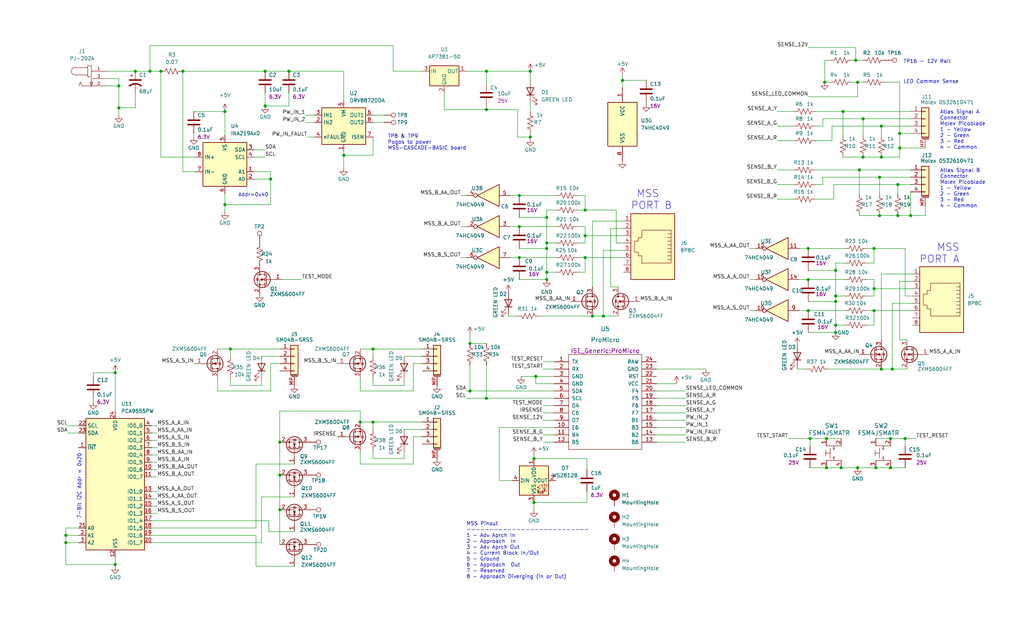
<source format=kicad_sch>
(kicad_sch (version 20211123) (generator eeschema)
  (paper "USLegal")
  (title_block (title "MSS Cascade Basic Test Jig") (company "Iowa Scaled Engineering"))
  (junction (at 97.155 177.165))
  (junction (at 280.67 107.95))
  (junction (at 129.54 121.285))
  (junction (at 299.72 41.275))
  (junction (at 203.2 89.535))
  (junction (at 297.815 28.575))
  (junction (at 287.02 152.4))
  (junction (at 311.785 64.135))
  (junction (at 163.195 119.38))
  (junction (at 52.07 24.765))
  (junction (at 312.42 46.355))
  (junction (at 184.15 24.765))
  (junction (at 97.155 165.1))
  (junction (at 189.865 75.565))
  (junction (at 40.005 129.54))
  (junction (at 189.865 94.615))
  (junction (at 46.99 24.765))
  (junction (at 306.07 43.815))
  (junction (at 280.67 86.36))
  (junction (at 280.67 97.155))
  (junction (at 180.34 67.945))
  (junction (at 305.435 61.595))
  (junction (at 186.055 130.81))
  (junction (at 305.435 74.93))
  (junction (at 63.5 24.765))
  (junction (at 312.42 51.435))
  (junction (at 80.01 121.285))
  (junction (at 22.86 186.055))
  (junction (at 78.105 71.12))
  (junction (at 168.91 24.765))
  (junction (at 180.34 78.74))
  (junction (at 40.005 196.215))
  (junction (at 316.23 74.93))
  (junction (at 22.86 188.595))
  (junction (at 298.45 59.055))
  (junction (at 216.154 27.94))
  (junction (at 299.72 54.61))
  (junction (at 287.02 162.56))
  (junction (at 189.865 97.155))
  (junction (at 78.105 38.735))
  (junction (at 314.325 152.4))
  (junction (at 306.07 54.61))
  (junction (at 185.42 159.385))
  (junction (at 163.195 135.89))
  (junction (at 306.07 128.27))
  (junction (at 93.98 62.23))
  (junction (at 311.785 74.93))
  (junction (at 292.1 162.56))
  (junction (at 290.195 93.98))
  (junction (at 97.155 153.67))
  (junction (at 168.91 38.1))
  (junction (at 292.735 38.735))
  (junction (at 303.53 100.33))
  (junction (at 203.2 73.025))
  (junction (at 189.865 86.36))
  (junction (at 41.275 29.845))
  (junction (at 203.2 81.915))
  (junction (at 168.91 138.43))
  (junction (at 41.275 37.465))
  (junction (at 185.42 174.625))
  (junction (at 309.88 128.27))
  (junction (at 189.865 84.455))
  (junction (at 205.74 109.855))
  (junction (at 290.195 102.87))
  (junction (at 290.195 104.775))
  (junction (at 125.095 146.685))
  (junction (at 286.385 28.575))
  (junction (at 92.075 24.765))
  (junction (at 55.88 24.765))
  (junction (at 290.195 113.03))
  (junction (at 303.53 107.95))
  (junction (at 119.38 53.975))
  (junction (at 309.245 152.4))
  (junction (at 297.815 162.56))
  (junction (at 180.34 89.535))
  (junction (at 303.53 86.36))
  (junction (at 281.305 152.4))
  (junction (at 100.33 24.765))
  (junction (at 129.54 146.685))
  (junction (at 209.55 109.855))
  (junction (at 297.18 20.955))
  (junction (at 304.165 162.56))
  (junction (at 290.195 115.57))
  (junction (at 92.075 36.83))
  (junction (at 184.15 47.625))
  (junction (at 309.245 162.56))
  (wire (pts (xy 40.005 129.54) (xy 40.005 142.875)))
  (wire (pts (xy 305.435 74.93) (xy 311.785 74.93)))
  (wire (pts (xy 54.61 147.955) (xy 52.705 147.955)))
  (wire (pts (xy 260.35 86.36) (xy 262.255 86.36)))
  (wire (pts (xy 54.61 158.115) (xy 52.705 158.115)))
  (wire (pts (xy 290.195 102.87) (xy 290.195 104.775)))
  (wire (pts (xy 288.925 43.815) (xy 306.07 43.815)))
  (wire (pts (xy 125.095 146.685) (xy 129.54 146.685)))
  (wire (pts (xy 269.875 38.735) (xy 275.59 38.735)))
  (wire (pts (xy 22.86 186.055) (xy 22.86 188.595)))
  (wire (pts (xy 125.095 121.285) (xy 129.54 121.285)))
  (wire (pts (xy 309.245 152.4) (xy 314.325 152.4)))
  (wire (pts (xy 205.74 99.695) (xy 205.74 76.835)))
  (wire (pts (xy 100.33 36.83) (xy 100.33 32.385)))
  (wire (pts (xy 277.495 97.155) (xy 280.67 97.155)))
  (wire (pts (xy 289.56 69.215) (xy 289.56 64.135)))
  (wire (pts (xy 54.61 155.575) (xy 52.705 155.575)))
  (wire (pts (xy 298.45 67.31) (xy 298.45 59.055)))
  (wire (pts (xy 143.51 161.29) (xy 143.51 151.765)))
  (wire (pts (xy 189.865 84.455) (xy 193.04 84.455)))
  (wire (pts (xy 54.61 163.195) (xy 52.705 163.195)))
  (wire (pts (xy 78.105 73.66) (xy 78.105 71.12)))
  (wire (pts (xy 80.01 121.285) (xy 97.155 121.285)))
  (wire (pts (xy 180.34 75.565) (xy 189.865 75.565)))
  (wire (pts (xy 125.095 131.445) (xy 125.095 135.89)))
  (wire (pts (xy 309.245 162.56) (xy 314.325 162.56)))
  (wire (pts (xy 203.2 78.74) (xy 200.66 78.74)))
  (wire (pts (xy 32.385 129.54) (xy 40.005 129.54)))
  (wire (pts (xy 67.31 46.355) (xy 67.31 47.625)))
  (wire (pts (xy 92.075 32.385) (xy 92.075 36.83)))
  (wire (pts (xy 203.835 174.625) (xy 203.835 170.815)))
  (wire (pts (xy 67.945 126.365) (xy 67.31 126.365)))
  (wire (pts (xy 189.865 86.36) (xy 189.865 94.615)))
  (wire (pts (xy 303.53 113.03) (xy 303.53 107.95)))
  (wire (pts (xy 22.86 188.595) (xy 22.86 196.215)))
  (wire (pts (xy 143.51 135.89) (xy 143.51 126.365)))
  (wire (pts (xy 307.34 28.575) (xy 312.42 28.575)))
  (wire (pts (xy 136.525 15.875) (xy 136.525 24.765)))
  (wire (pts (xy 286.385 20.955) (xy 288.29 20.955)))
  (wire (pts (xy 314.325 152.4) (xy 318.135 152.4)))
  (wire (pts (xy 177.165 78.74) (xy 180.34 78.74)))
  (wire (pts (xy 88.9 196.85) (xy 88.9 186.055)))
  (wire (pts (xy 286.385 28.575) (xy 286.385 20.955)))
  (wire (pts (xy 189.865 75.565) (xy 189.865 84.455)))
  (wire (pts (xy 140.335 133.985) (xy 140.335 131.445)))
  (wire (pts (xy 276.86 128.27) (xy 280.035 128.27)))
  (wire (pts (xy 52.705 186.055) (xy 88.9 186.055)))
  (wire (pts (xy 295.91 28.575) (xy 297.815 28.575)))
  (wire (pts (xy 200.66 73.025) (xy 203.2 73.025)))
  (wire (pts (xy 292.735 46.99) (xy 292.735 38.735)))
  (wire (pts (xy 290.195 113.03) (xy 293.37 113.03)))
  (wire (pts (xy 54.61 150.495) (xy 52.705 150.495)))
  (wire (pts (xy 312.42 118.11) (xy 312.42 97.79)))
  (wire (pts (xy 299.72 54.61) (xy 306.07 54.61)))
  (wire (pts (xy 192.405 148.59) (xy 173.355 148.59)))
  (wire (pts (xy 300.99 91.44) (xy 303.53 91.44)))
  (wire (pts (xy 280.67 86.36) (xy 293.37 86.36)))
  (wire (pts (xy 303.53 100.33) (xy 303.53 102.87)))
  (wire (pts (xy 227.965 153.67) (xy 238.125 153.67)))
  (wire (pts (xy 36.83 29.845) (xy 41.275 29.845)))
  (wire (pts (xy 177.165 89.535) (xy 180.34 89.535)))
  (wire (pts (xy 203.2 73.025) (xy 213.995 73.025)))
  (wire (pts (xy 273.685 152.4) (xy 281.305 152.4)))
  (wire (pts (xy 117.475 151.765) (xy 116.84 151.765)))
  (wire (pts (xy 32.385 138.43) (xy 32.385 139.7)))
  (wire (pts (xy 129.54 53.975) (xy 119.38 53.975)))
  (wire (pts (xy 290.195 102.87) (xy 290.195 93.98)))
  (wire (pts (xy 143.51 151.765) (xy 146.685 151.765)))
  (wire (pts (xy 52.07 24.765) (xy 52.07 15.875)))
  (wire (pts (xy 184.15 47.625) (xy 179.705 47.625)))
  (wire (pts (xy 312.42 51.435) (xy 321.31 51.435)))
  (wire (pts (xy 287.02 162.56) (xy 292.1 162.56)))
  (wire (pts (xy 129.54 123.825) (xy 129.54 121.285)))
  (wire (pts (xy 54.61 178.435) (xy 52.705 178.435)))
  (wire (pts (xy 106.68 47.625) (xy 109.22 47.625)))
  (wire (pts (xy 269.875 59.055) (xy 275.59 59.055)))
  (wire (pts (xy 189.865 94.615) (xy 189.865 97.155)))
  (wire (pts (xy 213.995 73.025) (xy 213.995 84.455)))
  (wire (pts (xy 314.325 86.36) (xy 314.325 102.87)))
  (wire (pts (xy 184.15 24.765) (xy 184.15 27.94)))
  (wire (pts (xy 52.705 183.515) (xy 88.9 183.515)))
  (wire (pts (xy 305.435 61.595) (xy 316.23 61.595)))
  (wire (pts (xy 227.965 133.35) (xy 234.95 133.35)))
  (wire (pts (xy 309.88 128.27) (xy 314.96 128.27)))
  (wire (pts (xy 321.31 74.93) (xy 316.23 74.93)))
  (wire (pts (xy 93.98 59.69) (xy 93.98 62.23)))
  (wire (pts (xy 75.565 121.285) (xy 80.01 121.285)))
  (wire (pts (xy 97.155 177.165) (xy 97.155 189.23)))
  (wire (pts (xy 55.88 24.765) (xy 55.88 54.61)))
  (wire (pts (xy 300.99 86.36) (xy 303.53 86.36)))
  (wire (pts (xy 136.525 24.765) (xy 146.685 24.765)))
  (wire (pts (xy 184.15 47.625) (xy 184.15 46.355)))
  (wire (pts (xy 97.155 165.1) (xy 97.155 177.165)))
  (wire (pts (xy 297.815 162.56) (xy 304.165 162.56)))
  (wire (pts (xy 280.67 97.155) (xy 293.37 97.155)))
  (wire (pts (xy 179.705 38.1) (xy 168.91 38.1)))
  (wire (pts (xy 189.865 84.455) (xy 189.865 86.36)))
  (wire (pts (xy 290.195 104.775) (xy 290.195 113.03)))
  (wire (pts (xy 93.345 180.975) (xy 52.705 180.975)))
  (wire (pts (xy 129.54 156.845) (xy 129.54 159.385)))
  (wire (pts (xy 97.155 153.67) (xy 97.155 165.1)))
  (wire (pts (xy 184.15 47.625) (xy 184.15 48.26)))
  (wire (pts (xy 106.045 40.005) (xy 109.22 40.005)))
  (wire (pts (xy 283.21 64.135) (xy 285.75 64.135)))
  (wire (pts (xy 212.09 99.695) (xy 212.09 79.375)))
  (wire (pts (xy 80.01 131.445) (xy 80.01 133.985)))
  (wire (pts (xy 303.53 86.36) (xy 314.325 86.36)))
  (wire (pts (xy 312.42 118.11) (xy 314.96 118.11)))
  (wire (pts (xy 203.835 159.385) (xy 203.835 163.195)))
  (wire (pts (xy 238.125 148.59) (xy 227.965 148.59)))
  (wire (pts (xy 160.02 89.535) (xy 161.925 89.535)))
  (wire (pts (xy 287.655 128.27) (xy 306.07 128.27)))
  (wire (pts (xy 227.965 143.51) (xy 238.125 143.51)))
  (wire (pts (xy 260.35 107.95) (xy 262.255 107.95)))
  (wire (pts (xy 306.07 95.25) (xy 316.865 95.25)))
  (wire (pts (xy 188.595 143.51) (xy 192.405 143.51)))
  (wire (pts (xy 97.155 123.825) (xy 90.805 123.825)))
  (wire (pts (xy 52.07 24.765) (xy 55.88 24.765)))
  (wire (pts (xy 192.405 153.67) (xy 188.595 153.67)))
  (wire (pts (xy 93.98 135.89) (xy 93.98 126.365)))
  (wire (pts (xy 216.154 27.94) (xy 224.409 27.94)))
  (wire (pts (xy 63.5 59.69) (xy 67.945 59.69)))
  (wire (pts (xy 176.53 109.22) (xy 176.53 109.855)))
  (wire (pts (xy 63.5 24.765) (xy 92.075 24.765)))
  (wire (pts (xy 297.18 16.51) (xy 280.67 16.51)))
  (wire (pts (xy 227.965 138.43) (xy 238.125 138.43)))
  (wire (pts (xy 303.53 86.36) (xy 303.53 91.44)))
  (wire (pts (xy 168.91 138.43) (xy 168.91 127)))
  (wire (pts (xy 106.045 42.545) (xy 109.22 42.545)))
  (wire (pts (xy 277.495 107.95) (xy 280.67 107.95)))
  (wire (pts (xy 75.565 135.89) (xy 93.98 135.89)))
  (wire (pts (xy 88.9 161.29) (xy 102.235 161.29)))
  (wire (pts (xy 163.195 116.205) (xy 163.195 119.38)))
  (wire (pts (xy 54.61 165.735) (xy 52.705 165.735)))
  (wire (pts (xy 188.595 125.73) (xy 192.405 125.73)))
  (wire (pts (xy 227.965 140.97) (xy 238.125 140.97)))
  (wire (pts (xy 281.305 152.4) (xy 287.02 152.4)))
  (wire (pts (xy 298.45 59.055) (xy 316.23 59.055)))
  (wire (pts (xy 161.925 138.43) (xy 168.91 138.43)))
  (wire (pts (xy 88.265 59.69) (xy 93.98 59.69)))
  (wire (pts (xy 88.265 62.23) (xy 93.98 62.23)))
  (wire (pts (xy 312.42 51.435) (xy 312.42 46.355)))
  (wire (pts (xy 133.35 42.545) (xy 129.54 42.545)))
  (wire (pts (xy 133.35 40.005) (xy 129.54 40.005)))
  (wire (pts (xy 93.98 62.23) (xy 93.98 71.12)))
  (wire (pts (xy 269.875 43.815) (xy 275.59 43.815)))
  (wire (pts (xy 295.91 20.955) (xy 297.18 20.955)))
  (wire (pts (xy 280.67 93.98) (xy 290.195 93.98)))
  (wire (pts (xy 180.34 89.535) (xy 193.04 89.535)))
  (wire (pts (xy 180.975 130.81) (xy 186.055 130.81)))
  (wire (pts (xy 46.99 37.465) (xy 41.275 37.465)))
  (wire (pts (xy 78.105 71.12) (xy 78.105 67.31)))
  (wire (pts (xy 283.21 38.735) (xy 292.735 38.735)))
  (wire (pts (xy 129.54 133.985) (xy 140.335 133.985)))
  (wire (pts (xy 32.385 130.81) (xy 32.385 129.54)))
  (wire (pts (xy 297.18 20.955) (xy 299.72 20.955)))
  (wire (pts (xy 119.38 58.42) (xy 119.38 53.975)))
  (wire (pts (xy 297.18 20.955) (xy 297.18 16.51)))
  (wire (pts (xy 311.785 74.93) (xy 316.23 74.93)))
  (wire (pts (xy 277.495 86.36) (xy 280.67 86.36)))
  (wire (pts (xy 312.42 28.575) (xy 312.42 46.355)))
  (wire (pts (xy 163.195 135.89) (xy 192.405 135.89)))
  (wire (pts (xy 186.055 130.81) (xy 186.055 133.35)))
  (wire (pts (xy 160.02 78.74) (xy 161.925 78.74)))
  (wire (pts (xy 304.165 162.56) (xy 309.245 162.56)))
  (wire (pts (xy 212.09 99.695) (xy 214.63 99.695)))
  (wire (pts (xy 192.405 128.27) (xy 188.595 128.27)))
  (wire (pts (xy 213.995 84.455) (xy 216.535 84.455)))
  (wire (pts (xy 40.005 196.215) (xy 40.005 193.675)))
  (wire (pts (xy 290.195 91.44) (xy 293.37 91.44)))
  (wire (pts (xy 203.2 84.455) (xy 203.2 81.915)))
  (wire (pts (xy 188.595 140.97) (xy 192.405 140.97)))
  (wire (pts (xy 186.055 133.35) (xy 192.405 133.35)))
  (wire (pts (xy 200.66 89.535) (xy 203.2 89.535)))
  (wire (pts (xy 205.74 76.835) (xy 216.535 76.835)))
  (wire (pts (xy 23.495 147.955) (xy 27.305 147.955)))
  (wire (pts (xy 192.405 130.81) (xy 186.055 130.81)))
  (wire (pts (xy 168.91 24.765) (xy 168.91 29.21)))
  (wire (pts (xy 168.91 138.43) (xy 192.405 138.43)))
  (wire (pts (xy 143.51 126.365) (xy 146.685 126.365)))
  (wire (pts (xy 289.56 64.135) (xy 311.785 64.135)))
  (wire (pts (xy 129.54 149.225) (xy 129.54 146.685)))
  (wire (pts (xy 177.165 67.945) (xy 180.34 67.945)))
  (wire (pts (xy 269.875 64.135) (xy 275.59 64.135)))
  (wire (pts (xy 269.875 69.215) (xy 275.59 69.215)))
  (wire (pts (xy 93.98 126.365) (xy 97.155 126.365)))
  (wire (pts (xy 46.99 32.385) (xy 46.99 37.465)))
  (wire (pts (xy 154.305 32.385) (xy 154.305 38.1)))
  (wire (pts (xy 22.86 196.215) (xy 40.005 196.215)))
  (wire (pts (xy 119.38 53.975) (xy 119.38 52.705)))
  (wire (pts (xy 280.67 115.57) (xy 290.195 115.57)))
  (wire (pts (xy 312.42 46.355) (xy 316.23 46.355)))
  (wire (pts (xy 92.075 36.83) (xy 100.33 36.83)))
  (wire (pts (xy 280.67 104.775) (xy 290.195 104.775)))
  (wire (pts (xy 290.195 115.57) (xy 290.195 113.03)))
  (wire (pts (xy 303.53 97.155) (xy 300.99 97.155)))
  (wire (pts (xy 290.195 102.87) (xy 293.37 102.87)))
  (wire (pts (xy 54.61 170.815) (xy 52.705 170.815)))
  (wire (pts (xy 200.66 84.455) (xy 203.2 84.455)))
  (wire (pts (xy 285.75 41.275) (xy 299.72 41.275)))
  (wire (pts (xy 303.53 100.33) (xy 316.865 100.33)))
  (wire (pts (xy 54.61 153.035) (xy 52.705 153.035)))
  (wire (pts (xy 22.86 186.055) (xy 27.305 186.055)))
  (wire (pts (xy 52.07 15.875) (xy 136.525 15.875)))
  (wire (pts (xy 140.335 159.385) (xy 140.335 156.845)))
  (wire (pts (xy 40.005 196.85) (xy 40.005 196.215)))
  (wire (pts (xy 203.2 89.535) (xy 216.535 89.535)))
  (wire (pts (xy 303.53 107.95) (xy 316.865 107.95)))
  (wire (pts (xy 90.805 172.72) (xy 90.805 188.595)))
  (wire (pts (xy 90.805 172.72) (xy 102.235 172.72)))
  (wire (pts (xy 46.99 24.765) (xy 52.07 24.765)))
  (wire (pts (xy 269.875 48.895) (xy 275.59 48.895)))
  (wire (pts (xy 88.9 161.29) (xy 88.9 183.515)))
  (wire (pts (xy 27.305 183.515) (xy 22.86 183.515)))
  (wire (pts (xy 292.735 38.735) (xy 316.23 38.735)))
  (wire (pts (xy 180.34 78.74) (xy 193.04 78.74)))
  (wire (pts (xy 154.305 38.1) (xy 168.91 38.1)))
  (wire (pts (xy 75.565 131.445) (xy 75.565 135.89)))
  (wire (pts (xy 203.2 67.945) (xy 203.2 73.025)))
  (wire (pts (xy 100.33 24.765) (xy 92.075 24.765)))
  (wire (pts (xy 67.31 38.735) (xy 78.105 38.735)))
  (wire (pts (xy 309.88 105.41) (xy 309.88 128.27)))
  (wire (pts (xy 287.02 152.4) (xy 292.1 152.4)))
  (wire (pts (xy 189.865 73.025) (xy 189.865 75.565)))
  (wire (pts (xy 305.435 67.31) (xy 305.435 61.595)))
  (wire (pts (xy 41.275 29.845) (xy 41.275 37.465)))
  (wire (pts (xy 303.53 102.87) (xy 300.99 102.87)))
  (wire (pts (xy 63.5 24.765) (xy 63.5 59.69)))
  (wire (pts (xy 160.02 67.945) (xy 161.925 67.945)))
  (wire (pts (xy 187.325 109.855) (xy 205.74 109.855)))
  (wire (pts (xy 285.75 64.135) (xy 285.75 61.595)))
  (wire (pts (xy 52.705 188.595) (xy 90.805 188.595)))
  (wire (pts (xy 304.165 152.4) (xy 309.245 152.4)))
  (wire (pts (xy 316.23 64.135) (xy 311.785 64.135)))
  (wire (pts (xy 185.42 159.385) (xy 203.835 159.385)))
  (wire (pts (xy 129.54 121.285) (xy 146.685 121.285)))
  (wire (pts (xy 93.98 71.12) (xy 78.105 71.12)))
  (wire (pts (xy 163.195 119.38) (xy 168.91 119.38)))
  (wire (pts (xy 203.2 81.915) (xy 216.535 81.915)))
  (wire (pts (xy 297.815 33.655) (xy 280.67 33.655)))
  (wire (pts (xy 299.72 46.99) (xy 299.72 41.275)))
  (wire (pts (xy 161.925 135.89) (xy 163.195 135.89)))
  (wire (pts (xy 97.155 142.875) (xy 125.095 142.875)))
  (wire (pts (xy 168.91 36.83) (xy 168.91 38.1)))
  (wire (pts (xy 203.2 94.615) (xy 203.2 89.535)))
  (wire (pts (xy 306.07 46.99) (xy 306.07 43.815)))
  (wire (pts (xy 163.195 127) (xy 163.195 135.89)))
  (wire (pts (xy 292.1 162.56) (xy 297.815 162.56)))
  (wire (pts (xy 286.385 28.575) (xy 288.29 28.575)))
  (wire (pts (xy 92.075 52.07) (xy 88.265 52.07)))
  (wire (pts (xy 173.355 167.005) (xy 177.8 167.005)))
  (wire (pts (xy 292.735 54.61) (xy 299.72 54.61)))
  (wire (pts (xy 125.095 161.29) (xy 143.51 161.29)))
  (wire (pts (xy 92.075 54.61) (xy 88.265 54.61)))
  (wire (pts (xy 209.55 109.855) (xy 214.63 109.855)))
  (wire (pts (xy 306.07 54.61) (xy 312.42 54.61)))
  (wire (pts (xy 312.42 54.61) (xy 312.42 51.435)))
  (wire (pts (xy 176.53 109.855) (xy 179.705 109.855)))
  (wire (pts (xy 298.45 74.93) (xy 305.435 74.93)))
  (wire (pts (xy 125.095 156.845) (xy 125.095 161.29)))
  (wire (pts (xy 192.405 151.13) (xy 188.595 151.13)))
  (wire (pts (xy 22.86 183.515) (xy 22.86 186.055)))
  (wire (pts (xy 281.305 162.56) (xy 287.02 162.56)))
  (wire (pts (xy 119.38 34.925) (xy 119.38 24.765)))
  (wire (pts (xy 22.86 188.595) (xy 27.305 188.595)))
  (wire (pts (xy 146.685 149.225) (xy 140.335 149.225)))
  (wire (pts (xy 290.195 93.98) (xy 290.195 91.44)))
  (wire (pts (xy 309.88 105.41) (xy 316.865 105.41)))
  (wire (pts (xy 54.61 175.895) (xy 52.705 175.895)))
  (wire (pts (xy 321.31 71.755) (xy 321.31 74.93)))
  (wire (pts (xy 100.33 24.765) (xy 119.38 24.765)))
  (wire (pts (xy 260.35 97.155) (xy 262.255 97.155)))
  (wire (pts (xy 54.61 160.655) (xy 52.705 160.655)))
  (wire (pts (xy 180.34 97.155) (xy 189.865 97.155)))
  (wire (pts (xy 316.23 66.675) (xy 316.23 74.93)))
  (wire (pts (xy 205.74 109.855) (xy 209.55 109.855)))
  (wire (pts (xy 179.705 47.625) (xy 179.705 38.1)))
  (wire (pts (xy 276.86 127.635) (xy 276.86 128.27)))
  (wire (pts (xy 283.21 69.215) (xy 289.56 69.215)))
  (wire (pts (xy 129.54 159.385) (xy 140.335 159.385)))
  (wire (pts (xy 129.54 131.445) (xy 129.54 133.985)))
  (wire (pts (xy 193.04 73.025) (xy 189.865 73.025)))
  (wire (pts (xy 209.55 86.995) (xy 209.55 109.855)))
  (wire (pts (xy 97.155 142.875) (xy 97.155 153.67)))
  (wire (pts (xy 180.34 67.945) (xy 193.04 67.945)))
  (wire (pts (xy 285.75 43.815) (xy 285.75 41.275)))
  (wire (pts (xy 312.42 97.79) (xy 316.865 97.79)))
  (wire (pts (xy 238.125 151.13) (xy 227.965 151.13)))
  (wire (pts (xy 227.965 128.27) (xy 245.11 128.27)))
  (wire (pts (xy 185.42 177.165) (xy 185.42 174.625)))
  (wire (pts (xy 303.53 97.155) (xy 303.53 100.33)))
  (wire (pts (xy 283.21 59.055) (xy 298.45 59.055)))
  (wire (pts (xy 200.66 67.945) (xy 203.2 67.945)))
  (wire (pts (xy 173.355 148.59) (xy 173.355 167.005)))
  (wire (pts (xy 314.325 102.87) (xy 316.865 102.87)))
  (wire (pts (xy 88.9 196.85) (xy 102.235 196.85)))
  (wire (pts (xy 184.15 24.765) (xy 168.91 24.765)))
  (wire (pts (xy 180.34 86.36) (xy 189.865 86.36)))
  (wire (pts (xy 117.475 126.365) (xy 116.84 126.365)))
  (wire (pts (xy 54.61 173.355) (xy 52.705 173.355)))
  (wire (pts (xy 80.01 133.985) (xy 90.805 133.985)))
  (wire (pts (xy 129.54 146.685) (xy 146.685 146.685)))
  (wire (pts (xy 314.325 152.4) (xy 314.325 154.94)))
  (wire (pts (xy 288.925 48.895) (xy 288.925 43.815)))
  (wire (pts (xy 125.095 135.89) (xy 143.51 135.89)))
  (wire (pts (xy 216.154 27.94) (xy 216.154 30.48)))
  (wire (pts (xy 306.07 43.815) (xy 316.23 43.815)))
  (wire (pts (xy 306.07 118.11) (xy 306.07 95.25)))
  (wire (pts (xy 224.409 35.56) (xy 224.409 36.195)))
  (wire (pts (xy 185.42 174.625) (xy 203.835 174.625)))
  (wire (pts (xy 90.805 133.985) (xy 90.805 131.445)))
  (wire (pts (xy 129.54 47.625) (xy 129.54 53.975)))
  (wire (pts (xy 297.815 28.575) (xy 299.72 28.575)))
  (wire (pts (xy 299.72 41.275) (xy 316.23 41.275)))
  (wire (pts (xy 93.345 184.785) (xy 93.345 180.975)))
  (wire (pts (xy 36.83 24.765) (xy 46.99 24.765)))
  (wire (pts (xy 281.305 154.94) (xy 281.305 152.4)))
  (wire (pts (xy 80.01 123.825) (xy 80.01 121.285)))
  (wire (pts (xy 189.865 94.615) (xy 193.04 94.615)))
  (wire (pts (xy 297.815 28.575) (xy 297.815 33.655)))
  (wire (pts (xy 184.15 35.56) (xy 184.15 38.735)))
  (wire (pts (xy 192.405 146.05) (xy 188.595 146.05)))
  (wire (pts (xy 306.07 128.27) (xy 309.88 128.27)))
  (wire (pts (xy 23.495 150.495) (xy 27.305 150.495)))
  (wire (pts (xy 311.785 67.31) (xy 311.785 64.135)))
  (wire (pts (xy 227.965 135.89) (xy 238.125 135.89)))
  (wire (pts (xy 283.21 48.895) (xy 288.925 48.895)))
  (wire (pts (xy 36.83 27.305) (xy 41.275 27.305)))
  (wire (pts (xy 200.66 94.615) (xy 203.2 94.615)))
  (wire (pts (xy 300.99 113.03) (xy 303.53 113.03)))
  (wire (pts (xy 300.99 107.95) (xy 303.53 107.95)))
  (wire (pts (xy 283.21 43.815) (xy 285.75 43.815)))
  (wire (pts (xy 41.275 37.465) (xy 41.275 40.005)))
  (wire (pts (xy 212.09 79.375) (xy 216.535 79.375)))
  (wire (pts (xy 146.685 123.825) (xy 140.335 123.825)))
  (wire (pts (xy 209.55 86.995) (xy 216.535 86.995)))
  (wire (pts (xy 238.125 146.05) (xy 227.965 146.05)))
  (wire (pts (xy 185.42 158.115) (xy 185.42 159.385)))
  (wire (pts (xy 55.88 54.61) (xy 67.945 54.61)))
  (wire (pts (xy 102.235 184.785) (xy 93.345 184.785)))
  (wire (pts (xy 97.79 97.155) (xy 104.775 97.155)))
  (wire (pts (xy 285.75 61.595) (xy 305.435 61.595)))
  (wire (pts (xy 161.925 24.765) (xy 168.91 24.765)))
  (wire (pts (xy 216.154 26.035) (xy 216.154 27.94)))
  (wire (pts (xy 78.105 38.735) (xy 78.105 46.99)))
  (wire (pts (xy 125.095 146.685) (xy 125.095 142.875)))
  (wire (pts (xy 280.67 107.95) (xy 293.37 107.95)))
  (wire (pts (xy 203.2 78.74) (xy 203.2 81.915)))
  (wire (pts (xy 41.275 27.305) (xy 41.275 29.845)))
  (text " MSS\nPORT A" (at 333.248 91.694 180) (effects (font (size 2.54 2.54)) (justify right bottom)))
  (text "Addr=0x40" (at 82.677 68.58 0) (effects (font (size 1.27 1.27)) (justify left bottom)))
  (text "Atlas Signal B\nConnector\nMolex Picoblade\n1 - Yellow\n2 - Green\n3 - Red\n4 - Common" (at 326.39 72.39 0) (effects (font (size 1.27 1.27)) (justify left bottom)))
  (text " MSS\nPORT B" (at 219.075 73.025 0) (effects (font (size 2.54 2.54)) (justify left bottom)))
  (text "MSS Pinout\n---------------------------\n1 - Adv Aprch In\n2 - Approach  In\n3 - Adv Aprch Out\n4 - Current Block In/Out\n5 - Ground\n6 - Approach  Out\n7 - Reserved\n8 - Approach Diverging (In or Out)\n" (at 161.925 201.295 0) (effects (font (size 1.27 1.27)) (justify left bottom)))
  (text "TP8 & TP9\nPogos to power\nMSS-CASCADE-BASIC board" (at 134.62 52.324 0) (effects (font (size 1.27 1.27)) (justify left bottom)))
  (text "Atlas Signal A\nConnector\nMolex Picoblade\n1 - Yellow\n2 - Green\n3 - Red\n4 - Common" (at 326.39 52.07 0) (effects (font (size 1.27 1.27)) (justify left bottom)))
  (text "TP16 - 12V Rail" (at 313.69 22.225 0) (effects (font (size 1.27 1.27)) (justify left bottom)))
  (text "LED Common Sense" (at 313.69 29.21 0) (effects (font (size 1.27 1.27)) (justify left bottom)))
  (text "7-Bit I2C Addr = 0x20\n" (at 28.321 180.467 90) (effects (font (size 1.27 1.27)) (justify left bottom)))
  (label "MSS_A_S_IN" (at 54.61 153.035 0))
  (label "MSS_A_S_IN" (at 67.31 126.365 180))
  (label "MSS_B_A_IN" (at 54.61 160.655 0))
  (label "TEST_START" (at 273.685 152.4 180))
  (label "SDA" (at 92.075 52.07 0))
  (label "SENSE_B_Y" (at 188.595 153.67 180))
  (label "TEST_MODE" (at 104.775 97.155 0))
  (label "SDA" (at 161.925 135.89 180))
  (label "MSS_B_A_OUT" (at 54.61 165.735 0))
  (label "TEST_START" (at 188.595 128.27 180))
  (label "MSS_A_AA_IN" (at 54.61 150.495 0))
  (label "SENSE_12V" (at 188.595 146.05 180))
  (label "PW_IN_2" (at 106.045 42.545 180))
  (label "MSS_B_A_OUT" (at 160.02 78.74 180))
  (label "MSS_A_S_OUT" (at 260.35 107.95 180))
  (label "MSS_B_S_OUT" (at 160.02 89.535 180))
  (label "MSS_B_S_IN" (at 54.61 155.575 0))
  (label "PW_IN_1" (at 238.125 148.59 0))
  (label "PW_IN_1" (at 106.045 40.005 180))
  (label "MSS_A_AA_IN" (at 298.45 123.19 180))
  (label "MSS_A_A_IN" (at 54.61 147.955 0))
  (label "MSS_B_S_OUT" (at 54.61 178.435 0))
  (label "SCL" (at 92.075 54.61 0))
  (label "SCL" (at 23.495 147.955 180))
  (label "PW_IN_2" (at 238.125 146.05 0))
  (label "SENSE_B_G" (at 269.875 64.135 180))
  (label "SENSE_A_Y" (at 238.125 143.51 0))
  (label "SENSE_A_Y" (at 269.875 38.735 180))
  (label "TEST_RESET" (at 188.595 125.73 180))
  (label "SENSE_B_G" (at 188.595 151.13 180))
  (label "SENSE_B_R" (at 269.875 69.215 180))
  (label "MSS_A_A_OUT" (at 260.35 97.155 180))
  (label "MSS_A_S_OUT" (at 54.61 175.895 0))
  (label "SENSE_A_G" (at 269.875 43.815 180))
  (label "MSS_B_AA_IN" (at 198.12 104.775 180))
  (label "SENSE_A_R" (at 238.125 138.43 0))
  (label "SENSE_B_Y" (at 269.875 59.055 180))
  (label "SENSE_LED_COMMON" (at 280.67 33.655 180))
  (label "IRSENSE" (at 116.84 151.765 180))
  (label "PW_IN_FAULT" (at 238.125 151.13 0))
  (label "IRSENSE" (at 188.595 143.51 180))
  (label "TEST_MODE" (at 188.595 140.97 180))
  (label "MSS_B_AA_OUT" (at 54.61 163.195 0))
  (label "SENSE_A_G" (at 238.125 140.97 0))
  (label "MSS_B_A_IN" (at 222.25 104.775 0))
  (label "MSS_B_AA_OUT" (at 160.02 67.945 180))
  (label "SDA" (at 23.495 150.495 180))
  (label "MSS_B_S_IN" (at 116.84 126.365 180))
  (label "SENSE_LED_COMMON" (at 238.125 135.89 0))
  (label "TEST_RESET" (at 318.135 152.4 0))
  (label "SENSE_A_R" (at 269.875 48.895 180))
  (label "MSS_A_A_IN" (at 322.58 123.19 0))
  (label "MSS_A_AA_OUT" (at 54.61 173.355 0))
  (label "PW_IN_FAULT" (at 106.68 47.625 180))
  (label "SENSE_12V" (at 280.67 16.51 180))
  (label "MSS_B_AA_IN" (at 54.61 158.115 0))
  (label "MSS_A_AA_OUT" (at 260.35 86.36 180))
  (label "SENSE_B_R" (at 238.125 153.67 0))
  (label "SCL" (at 161.925 138.43 180))
  (label "MSS_A_A_OUT" (at 54.61 170.815 0))
  (symbol (lib_id "Device:R_US") (at 129.54 127.635 0) (mirror x) (unit 1)
    (property "Reference" "R36" (at 132.08 127.635 0))
    (property "Value" "1k" (at 132.715 130.175 0))
    (property "Footprint" "Resistor_SMD:R_0805_2012Metric" (effects hide))
  )
  (symbol (lib_id "power:GND") (at 189.865 97.155 0) (mirror y) (unit 1)
    (property "Reference" "#PWR010" (effects hide))
    (property "Value" "GND" (at 189.865 101.473 0))
  )
  (symbol (lib_id "Transistor_FET:ZXM61N02F") (at 102.235 191.77 270) (mirror x) (unit 1)
    (property "Reference" "Q12" (at 104.521 193.802 90) (effects (justify left)))
    (property "Value" "ZXMS6004FF" (at 104.521 196.342 90) (effects (justify left)))
    (property "Footprint" "Package_TO_SOT_SMD:SOT-23" (effects hide))
    (property "Datasheet" "http://www.diodes.com/assets/Datasheets/ZXM61N02F.pdf" (effects hide))
  )
  (symbol (lib_id "power:GND") (at 102.235 133.985 0) (unit 1)
    (property "Reference" "#PWR024" (effects hide))
    (property "Value" "GND" (at 102.235 137.795 0))
  )
  (symbol (lib_id "4xxx:4049") (at 169.545 67.945 0) (mirror y) (unit 2)
    (property "Reference" "U3" (at 165.735 65.405 0))
    (property "Value" "74HC4049" (at 163.195 71.12 0))
    (property "Footprint" "Package_SO:SO-16_3.9x9.9mm_P1.27mm" (effects hide))
    (property "Datasheet" "http://www.intersil.com/content/dam/intersil/documents/cd40/cd4049ubms.pdf" (effects hide))
  )
  (symbol (lib_id "Connector:TestPoint") (at 307.34 20.955 270) (mirror x) (unit 1)
    (property "Reference" "TP16" (at 313.055 18.415 90) (effects (justify right)))
    (property "Value" "TestPoint" (effects hide))
    (property "Footprint" "Connector_PinHeader_2.54mm:PinHeader_1x01_P2.54mm_Vertical" (effects hide))
  )
  (symbol (lib_id "Connector_Generic_MountingPin:Conn_01x04_MountingPin") (at 321.31 41.275 0) (unit 1)
    (property "Reference" "J11" (at 320.04 33.655 0) (effects (justify left)))
    (property "Value" "Molex 0532610471" (at 328.93 35.56 0))
    (property "Footprint" "Connector_Molex:Molex_PicoBlade_53261-0471_1x04-1MP_P1.25mm_Horizontal" (effects hide))
  )
  (symbol (lib_id "Connector_Generic_MountingPin:Conn_01x04_MountingPin") (at 151.765 123.825 0) (unit 1)
    (property "Reference" "J4" (at 150.495 116.205 0) (effects (justify left)))
    (property "Value" "SM04B-SRSS" (at 151.765 118.11 0))
    (property "Footprint" "Connector_JST:JST_SH_SM04B-SRSS-TB_1x04-1MP_P1.00mm_Horizontal" (effects hide))
  )
  (symbol (lib_id "Device:R_US") (at 183.515 109.855 270) (mirror x) (unit 1)
    (property "Reference" "R31" (at 181.61 107.315 90))
    (property "Value" "1k" (at 185.42 107.315 90))
    (property "Footprint" "Resistor_SMD:R_0805_2012Metric" (effects hide))
  )
  (symbol (lib_id "Transistor_FET:ZXM61N02F") (at 317.5 123.19 0) (mirror y) (unit 1)
    (property "Reference" "Q5" (at 321.31 126.365 0) (effects (justify left)))
    (property "Value" "ZXMS6004FF" (at 330.835 128.27 0) (effects (justify left)))
    (property "Footprint" "Package_TO_SOT_SMD:SOT-23" (effects hide))
    (property "Datasheet" "http://www.diodes.com/assets/Datasheets/ZXM61N02F.pdf" (effects hide))
  )
  (symbol (lib_id "Device:R_US") (at 283.845 128.27 270) (mirror x) (unit 1)
    (property "Reference" "R37" (at 281.94 125.73 90))
    (property "Value" "1k" (at 285.75 125.73 90))
    (property "Footprint" "Resistor_SMD:R_0805_2012Metric" (effects hide))
  )
  (symbol (lib_id "Interface_Expansion:PCA9555PW") (at 40.005 168.275 0) (unit 1)
    (property "Reference" "U11" (at 42.0244 140.335 0) (effects (justify left)))
    (property "Value" "PCA9555PW" (at 42.0244 142.875 0) (effects (justify left)))
    (property "Footprint" "Package_SO:TSSOP-24_4.4x7.8mm_P0.65mm" (effects hide))
    (property "Datasheet" "https://www.nxp.com/docs/en/data-sheet/PCA9555.pdf" (effects hide))
  )
  (symbol (lib_id "ISE_Generic:ProMicro") (at 210.185 144.78 0) (unit 1)
    (property "Reference" "U5" (at 210.185 114.3 0) (effects (font (size 1.524 1.524))))
    (property "Value" "ProMicro" (at 210.185 118.11 0) (effects (font (size 1.524 1.524))))
    (property "Footprint" "ISE_Generic:ProMicro" (at 210.185 121.92 0) (effects (font (size 1.524 1.524))))
  )
  (symbol (lib_id "4xxx:4049") (at 269.875 107.95 0) (mirror y) (unit 4)
    (property "Reference" "U3" (at 266.065 105.41 0))
    (property "Value" "74HC4049" (at 263.525 111.125 0))
    (property "Footprint" "Package_SO:SO-16_3.9x9.9mm_P1.27mm" (effects hide))
    (property "Datasheet" "http://www.intersil.com/content/dam/intersil/documents/cd40/cd4049ubms.pdf" (effects hide))
  )
  (symbol (lib_id "Device:LED") (at 140.335 127.635 270) (mirror x) (unit 1)
    (property "Reference" "D5" (at 137.16 124.46 90) (effects (justify left)))
    (property "Value" "GREEN LED" (at 135.89 132.715 0) (effects (justify left)))
    (property "Footprint" "LED_SMD:LED_0805_2012Metric" (effects hide))
  )
  (symbol (lib_id "Device:R_US") (at 305.435 71.12 0) (unit 1)
    (property "Reference" "R18" (at 307.975 71.12 0))
    (property "Value" "1k" (at 308.61 68.58 0))
    (property "Footprint" "Resistor_SMD:R_0805_2012Metric" (effects hide))
  )
  (symbol (lib_id "power:+5V") (at 176.53 101.6 0) (unit 1)
    (property "Reference" "#PWR011" (effects hide))
    (property "Value" "+5V" (at 176.53 97.155 0))
  )
  (symbol (lib_id "4xxx:4049") (at 169.545 78.74 0) (mirror y) (unit 1)
    (property "Reference" "U3" (at 165.735 76.2 0))
    (property "Value" "74HC4049" (at 163.195 81.915 0))
    (property "Footprint" "Package_SO:SO-16_3.9x9.9mm_P1.27mm" (effects hide))
    (property "Datasheet" "http://www.intersil.com/content/dam/intersil/documents/cd40/cd4049ubms.pdf" (effects hide))
  )
  (symbol (lib_id "Device:R_US") (at 163.195 123.19 0) (unit 1)
    (property "Reference" "R33" (at 165.735 123.19 0))
    (property "Value" "10k" (at 166.37 120.65 0))
    (property "Footprint" "Resistor_SMD:R_0805_2012Metric" (effects hide))
  )
  (symbol (lib_id "Device:C") (at 280.67 100.965 0) (unit 1)
    (property "Reference" "C10" (at 274.955 100.965 0) (effects (justify left)))
    (property "Value" "0.1uF" (at 283.21 100.33 0) (effects (justify left)))
    (property "Footprint" "Capacitor_SMD:C_0805_2012Metric" (effects hide))
    (property "Voltage" "16V" (at 283.21 102.235 0) (effects (justify left)))
  )
  (symbol (lib_id "Device:LED") (at 90.805 127.635 270) (mirror x) (unit 1)
    (property "Reference" "D4" (at 87.63 124.46 90) (effects (justify left)))
    (property "Value" "GREEN LED" (at 86.36 132.715 0) (effects (justify left)))
    (property "Footprint" "LED_SMD:LED_0805_2012Metric" (effects hide))
  )
  (symbol (lib_id "dk_Tactile-Switches:FSM4JSMATR") (at 306.705 157.48 90) (mirror x) (unit 1)
    (property "Reference" "SW2" (at 303.53 147.955 90) (effects (font (size 1.524 1.524)) (justify right)))
    (property "Value" "FSM4JSMATR" (at 297.815 150.495 90) (effects (font (size 1.524 1.524)) (justify right)))
    (property "Footprint" "ISE_Generic:TE_FSM4JSMA" (effects hide))
    (property "Datasheet" "https://www.te.com/commerce/DocumentDelivery/DDEController?Action=srchrtrv&DocNm=2-1437565-7&DocType=Customer+Drawing&DocLang=English" (effects hide))
    (property "Digi-Key_PN" "450-1759-1-ND" (effects hide))
    (property "MPN" "FSM4JSMATR" (effects hide))
    (property "Category" "Switches" (effects hide))
    (property "Family" "Tactile Switches" (effects hide))
    (property "DK_Datasheet_Link" "https://www.te.com/commerce/DocumentDelivery/DDEController?Action=srchrtrv&DocNm=2-1437565-7&DocType=Customer+Drawing&DocLang=English" (effects hide))
    (property "DK_Detail_Page" "/product-detail/en/te-connectivity-alcoswitch-switches/FSM4JSMATR/450-1759-1-ND/2271638" (effects hide))
    (property "Description" "SWITCH TACTILE SPST-NO 0.05A 24V" (effects hide))
    (property "Manufacturer" "TE Connectivity ALCOSWITCH Switches" (effects hide))
    (property "Status" "Active" (effects hide))
  )
  (symbol (lib_id "Device:R_US") (at 279.4 38.735 90) (unit 1)
    (property "Reference" "R6" (at 277.495 36.195 90))
    (property "Value" "1k" (at 281.305 36.195 90))
    (property "Footprint" "Resistor_SMD:R_0805_2012Metric" (effects hide))
  )
  (symbol (lib_id "4xxx:4049") (at 216.154 43.18 0) (unit 7)
    (property "Reference" "U3" (at 222.504 41.9099 0) (effects (justify left)))
    (property "Value" "74HC4049" (at 222.504 44.4499 0) (effects (justify left)))
    (property "Footprint" "Package_SO:SO-16_3.9x9.9mm_P1.27mm" (effects hide))
    (property "Datasheet" "http://www.intersil.com/content/dam/intersil/documents/cd40/cd4049ubms.pdf" (effects hide))
  )
  (symbol (lib_id "power:GND") (at 224.409 36.195 0) (unit 1)
    (property "Reference" "#PWR021" (effects hide))
    (property "Value" "GND" (effects hide))
  )
  (symbol (lib_id "Device:R_US") (at 292.735 50.8 0) (unit 1)
    (property "Reference" "R10" (at 295.275 50.8 0))
    (property "Value" "1k" (at 295.91 48.26 0))
    (property "Footprint" "Resistor_SMD:R_0805_2012Metric" (effects hide))
  )
  (symbol (lib_id "Device:R_US") (at 184.15 42.545 0) (unit 1)
    (property "Reference" "R7" (at 186.69 42.545 0))
    (property "Value" "1k" (at 187.452 40.005 0))
    (property "Footprint" "Resistor_SMD:R_0805_2012Metric" (effects hide))
  )
  (symbol (lib_id "power:GND") (at 245.11 128.27 0) (mirror y) (unit 1)
    (property "Reference" "#PWR016" (effects hide))
    (property "Value" "GND" (at 245.11 132.08 0))
  )
  (symbol (lib_id "Device:R_US") (at 59.69 24.765 270) (unit 1)
    (property "Reference" "R3" (at 59.69 19.05 90))
    (property "Value" "0.07" (at 59.69 21.59 90))
    (property "Footprint" "Resistor_SMD:R_2512_6332Metric" (effects hide))
  )
  (symbol (lib_id "Transistor_FET:ZXM61N02F") (at 102.235 179.705 270) (mirror x) (unit 1)
    (property "Reference" "Q11" (at 104.14 182.118 90) (effects (justify left)))
    (property "Value" "ZXMS6004FF" (at 104.14 184.15 90) (effects (justify left)))
    (property "Footprint" "Package_TO_SOT_SMD:SOT-23" (effects hide))
    (property "Datasheet" "http://www.diodes.com/assets/Datasheets/ZXM61N02F.pdf" (effects hide))
  )
  (symbol (lib_id "power:GND") (at 290.195 115.57 0) (mirror y) (unit 1)
    (property "Reference" "#PWR013" (effects hide))
    (property "Value" "GND" (at 292.862 115.57 0))
  )
  (symbol (lib_id "4xxx:4049") (at 269.875 97.155 0) (mirror y) (unit 6)
    (property "Reference" "U3" (at 266.065 94.615 0))
    (property "Value" "74HC4049" (at 263.525 100.33 0))
    (property "Footprint" "Package_SO:SO-16_3.9x9.9mm_P1.27mm" (effects hide))
    (property "Datasheet" "http://www.intersil.com/content/dam/intersil/documents/cd40/cd4049ubms.pdf" (effects hide))
  )
  (symbol (lib_id "Device:R_US") (at 297.18 97.155 270) (unit 1)
    (property "Reference" "R28" (at 295.275 94.615 90))
    (property "Value" "10k" (at 299.72 94.615 90))
    (property "Footprint" "Resistor_SMD:R_0805_2012Metric" (effects hide))
  )
  (symbol (lib_id "Connector_Generic_MountingPin:Conn_01x04_MountingPin") (at 102.235 123.825 0) (unit 1)
    (property "Reference" "J3" (at 100.965 116.205 0) (effects (justify left)))
    (property "Value" "SM04B-SRSS" (at 102.235 118.11 0))
    (property "Footprint" "Connector_JST:JST_SH_SM04B-SRSS-TB_1x04-1MP_P1.00mm_Horizontal" (effects hide))
  )
  (symbol (lib_id "Device:R_US") (at 80.01 127.635 0) (mirror x) (unit 1)
    (property "Reference" "R35" (at 82.55 127.635 0))
    (property "Value" "10k" (at 83.185 130.175 0))
    (property "Footprint" "Resistor_SMD:R_0805_2012Metric" (effects hide))
  )
  (symbol (lib_id "Device:R_US") (at 279.4 64.135 90) (unit 1)
    (property "Reference" "R14" (at 277.495 61.595 90))
    (property "Value" "1k" (at 281.305 61.595 90))
    (property "Footprint" "Resistor_SMD:R_0805_2012Metric" (effects hide))
  )
  (symbol (lib_id "power:GND") (at 286.385 28.575 0) (unit 1)
    (property "Reference" "#PWR02" (effects hide))
    (property "Value" "GND" (effects hide))
  )
  (symbol (lib_id "Device:R_US") (at 303.53 20.955 90) (unit 1)
    (property "Reference" "R2" (at 300.99 18.415 90))
    (property "Value" "10k" (at 305.435 18.415 90))
    (property "Footprint" "Resistor_SMD:R_0805_2012Metric" (effects hide))
  )
  (symbol (lib_id "Device:R_US") (at 299.72 50.8 0) (unit 1)
    (property "Reference" "R11" (at 302.26 50.8 0))
    (property "Value" "1k" (at 302.895 48.26 0))
    (property "Footprint" "Resistor_SMD:R_0805_2012Metric" (effects hide))
  )
  (symbol (lib_id "Transistor_FET:ZXM61N02F") (at 303.53 123.19 0) (unit 1)
    (property "Reference" "Q4" (at 300.355 120.015 0) (effects (justify left)))
    (property "Value" "ZXMS6004FF" (at 289.56 125.73 0) (effects (justify left)))
    (property "Footprint" "Package_TO_SOT_SMD:SOT-23" (effects hide))
    (property "Datasheet" "http://www.diodes.com/assets/Datasheets/ZXM61N02F.pdf" (effects hide))
  )
  (symbol (lib_id "Connector:8P8C") (at 226.695 84.455 180) (unit 1)
    (property "Reference" "J6" (at 236.22 84.4549 0) (effects (justify right)))
    (property "Value" "8P8C" (at 236.22 86.9949 0) (effects (justify right)))
    (property "Footprint" "RJ45_Amphenol_54602-x08_Horizontal" (effects hide))
  )
  (symbol (lib_id "ISE_Generic:PJ-202A") (at 31.75 27.305 0) (unit 1)
    (property "Reference" "J1" (at 28.5115 17.78 0))
    (property "Value" "PJ-202A" (at 28.5115 20.32 0))
    (property "Footprint" "ISE_Generic:CUI_PJ-202A" (effects hide))
    (property "MF" "CUI Devices" (effects hide))
    (property "DESCRIPTION" "2.0 x 6.5 mm, 2.5 A, Horizontal, Through Hole, Kinked Pins, Dc Power Jack Connector" (effects hide))
    (property "PACKAGE" "None" (effects hide))
    (property "PRICE" "None" (effects hide))
    (property "CUI_PURCHASE_URL" "https://www.cuidevices.com/product/interconnect/connectors/dc-power-connectors/jacks/pj-202a?utm_source=snapeda.com&utm_medium=referral&utm_campaign=snapedaBOM" (effects hide))
    (property "MP" "PJ-202A" (effects hide))
    (property "AVAILABILITY" "In Stock" (effects hide))
    (property "PURCHASE-URL" "https://pricing.snapeda.com/search/part/PJ-202A/?ref=eda" (effects hide))
  )
  (symbol (lib_id "power:+5V") (at 276.86 120.015 0) (unit 1)
    (property "Reference" "#PWR015" (effects hide))
    (property "Value" "+5V" (at 276.86 115.57 0))
  )
  (symbol (lib_id "power:+5V") (at 185.42 158.115 0) (unit 1)
    (property "Reference" "#PWR029" (effects hide))
    (property "Value" "+5V" (at 188.722 155.956 0))
  )
  (symbol (lib_id "Device:R_US") (at 168.91 123.19 0) (unit 1)
    (property "Reference" "R34" (at 171.45 123.19 0))
    (property "Value" "10k" (at 172.085 120.65 0))
    (property "Footprint" "Resistor_SMD:R_0805_2012Metric" (effects hide))
  )
  (symbol (lib_id "Device:LED") (at 140.335 153.035 270) (mirror x) (unit 1)
    (property "Reference" "D6" (at 137.16 149.86 90) (effects (justify left)))
    (property "Value" "GREEN LED" (at 135.89 158.115 0) (effects (justify left)))
    (property "Footprint" "LED_SMD:LED_0805_2012Metric" (effects hide))
  )
  (symbol (lib_id "power:GND") (at 180.975 130.81 0) (mirror y) (unit 1)
    (property "Reference" "#PWR020" (effects hide))
    (property "Value" "GND" (at 180.975 134.62 0))
  )
  (symbol (lib_id "Device:C") (at 32.385 134.62 0) (unit 1)
    (property "Reference" "C12" (at 33.655 132.08 0) (effects (justify left)))
    (property "Value" "0.1uF" (at 33.655 137.16 0) (effects (justify left)))
    (property "Footprint" "Capacitor_SMD:C_0805_2012Metric" (effects hide))
    (property "Voltage" "6.3V" (at 33.655 139.7 0) (effects (justify left)))
  )
  (symbol (lib_id "Device:C") (at 180.34 93.345 0) (unit 1)
    (property "Reference" "C9" (at 182.245 90.805 0) (effects (justify left)))
    (property "Value" "0.1uF" (at 183.515 93.345 0) (effects (justify left)))
    (property "Footprint" "Capacitor_SMD:C_0805_2012Metric" (effects hide))
    (property "Voltage" "16V" (at 183.515 95.25 0) (effects (justify left)))
  )
  (symbol (lib_id "Transistor_FET:ZXM61N02F") (at 102.235 167.64 270) (mirror x) (unit 1)
    (property "Reference" "Q10" (at 104.521 169.672 90) (effects (justify left)))
    (property "Value" "ZXMS6004FF" (at 104.521 172.212 90) (effects (justify left)))
    (property "Footprint" "Package_TO_SOT_SMD:SOT-23" (effects hide))
    (property "Datasheet" "http://www.diodes.com/assets/Datasheets/ZXM61N02F.pdf" (effects hide))
  )
  (symbol (lib_id "Device:C") (at 180.34 71.755 0) (unit 1)
    (property "Reference" "C6" (at 173.99 71.755 0) (effects (justify left)))
    (property "Value" "0.1uF" (at 182.88 71.12 0) (effects (justify left)))
    (property "Footprint" "Capacitor_SMD:C_0805_2012Metric" (effects hide))
    (property "Voltage" "16V" (at 182.88 73.025 0) (effects (justify left)))
  )
  (symbol (lib_id "power:GND") (at 297.815 162.56 0) (mirror y) (unit 1)
    (property "Reference" "#PWR030" (effects hide))
    (property "Value" "GND" (at 297.815 166.37 0))
  )
  (symbol (lib_id "Device:R_US") (at 279.4 43.815 90) (unit 1)
    (property "Reference" "R8" (at 277.495 41.275 90))
    (property "Value" "1k" (at 281.305 41.275 90))
    (property "Footprint" "Resistor_SMD:R_0805_2012Metric" (effects hide))
  )
  (symbol (lib_id "Device:C") (at 224.409 31.75 0) (unit 1)
    (property "Reference" "C13" (at 225.679 29.21 0) (effects (justify left)))
    (property "Value" "0.1uF" (at 225.679 34.29 0) (effects (justify left)))
    (property "Footprint" "Capacitor_SMD:C_0805_2012Metric" (effects hide))
    (property "Voltage" "16V" (at 225.679 36.83 0) (effects (justify left)))
  )
  (symbol (lib_id "Device:C") (at 67.31 42.545 0) (unit 1)
    (property "Reference" "C5" (at 68.58 40.005 0) (effects (justify left)))
    (property "Value" "0.1uF" (at 68.58 45.085 0) (effects (justify left)))
    (property "Footprint" "Capacitor_SMD:C_0805_2012Metric" (effects hide))
    (property "Voltage" "6.3V" (at 68.58 47.625 0) (effects (justify left)))
  )
  (symbol (lib_id "power:GND") (at 184.15 48.26 0) (unit 1)
    (property "Reference" "#PWR07" (effects hide))
    (property "Value" "GND" (at 184.15 52.07 0))
  )
  (symbol (lib_id "power:GND") (at 216.154 55.88 0) (unit 1)
    (property "Reference" "#PWR018" (effects hide))
    (property "Value" "GND" (effects hide))
  )
  (symbol (lib_id "Connector:TestPoint") (at 133.35 40.005 270) (mirror x) (unit 1)
    (property "Reference" "TP8" (at 141.605 40.005 90) (effects (justify right)))
    (property "Value" "TestPoint" (effects hide))
    (property "Footprint" "Connector_PinHeader_2.54mm:PinHeader_1x01_P2.54mm_Vertical" (effects hide))
  )
  (symbol (lib_id "Connector:TestPoint") (at 107.315 177.165 270) (unit 1)
    (property "Reference" "TP19" (at 113.411 179.451 90) (effects (justify right)))
    (property "Value" "TestPoint" (effects hide))
    (property "Footprint" "Connector_PinHeader_2.54mm:PinHeader_1x01_P2.54mm_Vertical" (effects hide))
  )
  (symbol (lib_id "Device:R_US") (at 292.1 20.955 90) (unit 1)
    (property "Reference" "R1" (at 289.56 18.415 90))
    (property "Value" "1k" (at 294.005 18.415 90))
    (property "Footprint" "Resistor_SMD:R_0805_2012Metric" (effects hide))
  )
  (symbol (lib_id "Device:R_US") (at 279.4 69.215 90) (unit 1)
    (property "Reference" "R16" (at 277.495 66.675 90))
    (property "Value" "1k" (at 281.305 66.675 90))
    (property "Footprint" "Resistor_SMD:R_0805_2012Metric" (effects hide))
  )
  (symbol (lib_id "4xxx:4049") (at 169.545 89.535 0) (mirror y) (unit 3)
    (property "Reference" "U3" (at 165.735 86.995 0))
    (property "Value" "74HC4049" (at 163.195 92.71 0))
    (property "Footprint" "Package_SO:SO-16_3.9x9.9mm_P1.27mm" (effects hide))
    (property "Datasheet" "http://www.intersil.com/content/dam/intersil/documents/cd40/cd4049ubms.pdf" (effects hide))
  )
  (symbol (lib_id "Device:LED") (at 176.53 105.41 270) (mirror x) (unit 1)
    (property "Reference" "D2" (at 173.355 102.235 90) (effects (justify left)))
    (property "Value" "GREEN LED" (at 172.085 110.49 0) (effects (justify left)))
    (property "Footprint" "LED_SMD:LED_0805_2012Metric" (effects hide))
  )
  (symbol (lib_id "power:GND") (at 90.17 102.235 0) (mirror y) (unit 1)
    (property "Reference" "#PWR012" (effects hide))
    (property "Value" "GND" (at 90.17 106.045 0))
  )
  (symbol (lib_id "Transistor_FET:ZXM61N02F") (at 203.2 104.775 0) (unit 1)
    (property "Reference" "Q2" (at 200.025 101.6 0) (effects (justify left)))
    (property "Value" "ZXMS6004FF" (at 189.23 106.68 0) (effects (justify left)))
    (property "Footprint" "Package_TO_SOT_SMD:SOT-23" (effects hide))
    (property "Datasheet" "http://www.diodes.com/assets/Datasheets/ZXM61N02F.pdf" (effects hide))
  )
  (symbol (lib_id "Connector:TestPoint") (at 133.35 42.545 270) (mirror x) (unit 1)
    (property "Reference" "TP9" (at 141.605 42.545 90) (effects (justify right)))
    (property "Value" "TestPoint" (effects hide))
    (property "Footprint" "Connector_PinHeader_2.54mm:PinHeader_1x01_P2.54mm_Vertical" (effects hide))
  )
  (symbol (lib_id "Device:R_US") (at 279.4 48.895 90) (unit 1)
    (property "Reference" "R9" (at 277.495 46.355 90))
    (property "Value" "1k" (at 281.305 46.355 90))
    (property "Footprint" "Resistor_SMD:R_0805_2012Metric" (effects hide))
  )
  (symbol (lib_id "Device:LED") (at 184.15 31.75 90) (unit 1)
    (property "Reference" "D1" (at 187.96 32.0674 90) (effects (justify right)))
    (property "Value" "GREEN LED" (at 187.96 34.6074 90) (effects (justify right)))
    (property "Footprint" "LED_SMD:LED_0805_2012Metric" (effects hide))
  )
  (symbol (lib_id "Device:R_US") (at 306.07 50.8 0) (unit 1)
    (property "Reference" "R12" (at 308.61 50.8 0))
    (property "Value" "1k" (at 309.245 48.26 0))
    (property "Footprint" "Resistor_SMD:R_0805_2012Metric" (effects hide))
  )
  (symbol (lib_id "Device:C") (at 100.33 28.575 0) (unit 1)
    (property "Reference" "C3" (at 101.6 26.035 0) (effects (justify left)))
    (property "Value" "0.1uF" (at 101.6 31.115 0) (effects (justify left)))
    (property "Footprint" "Capacitor_SMD:C_0805_2012Metric" (effects hide))
    (property "Voltage" "6.3V" (at 101.6 33.655 0) (effects (justify left)))
  )
  (symbol (lib_id "power:GND") (at 185.42 177.165 0) (mirror y) (unit 1)
    (property "Reference" "#PWR031" (effects hide))
    (property "Value" "GND" (at 185.42 180.975 0))
  )
  (symbol (lib_id "Transistor_FET:ZXM61N02F") (at 122.555 151.765 0) (mirror x) (unit 1)
    (property "Reference" "Q8" (at 118.745 148.59 0) (effects (justify left)))
    (property "Value" "ZXMS6004FF" (at 109.22 146.685 0) (effects (justify left)))
    (property "Footprint" "Package_TO_SOT_SMD:SOT-23" (effects hide))
    (property "Datasheet" "http://www.diodes.com/assets/Datasheets/ZXM61N02F.pdf" (effects hide))
  )
  (symbol (lib_id "Regulator_Linear:L78L33_SOT89") (at 154.305 24.765 0) (unit 1)
    (property "Reference" "U1" (at 154.305 17.145 0))
    (property "Value" "AP7381-50" (at 154.305 19.685 0))
    (property "Footprint" "Package_TO_SOT_SMD:SOT-89-3" (effects hide))
    (property "Datasheet" "http://www.st.com/content/ccc/resource/technical/document/datasheet/15/55/e5/aa/23/5b/43/fd/CD00000446.pdf/files/CD00000446.pdf/jcr:content/translations/en.CD00000446.pdf" (effects hide))
  )
  (symbol (lib_id "Transistor_FET:ZXM61N02F") (at 217.17 104.775 0) (mirror y) (unit 1)
    (property "Reference" "Q3" (at 220.98 107.95 0) (effects (justify left)))
    (property "Value" "ZXMS6004FF" (at 230.505 109.855 0) (effects (justify left)))
    (property "Footprint" "Package_TO_SOT_SMD:SOT-23" (effects hide))
    (property "Datasheet" "http://www.diodes.com/assets/Datasheets/ZXM61N02F.pdf" (effects hide))
  )
  (symbol (lib_id "power:+5V") (at 184.15 24.765 0) (unit 1)
    (property "Reference" "#PWR01" (effects hide))
    (property "Value" "+5V" (at 187.452 22.606 0))
  )
  (symbol (lib_id "Connector:TestPoint") (at 90.17 84.455 0) (mirror y) (unit 1)
    (property "Reference" "TP2" (at 88.265 78.74 0) (effects (justify right)))
    (property "Value" "TestPoint" (effects hide))
    (property "Footprint" "Connector_PinHeader_2.54mm:PinHeader_1x01_P2.54mm_Vertical" (effects hide))
  )
  (symbol (lib_id "Device:R_US") (at 311.785 71.12 0) (unit 1)
    (property "Reference" "R19" (at 314.325 71.12 0))
    (property "Value" "1k" (at 314.96 68.58 0))
    (property "Footprint" "Resistor_SMD:R_0805_2012Metric" (effects hide))
  )
  (symbol (lib_id "power:GND") (at 151.765 133.985 0) (unit 1)
    (property "Reference" "#PWR025" (effects hide))
    (property "Value" "GND" (at 151.765 137.795 0))
  )
  (symbol (lib_id "Connector_Generic_MountingPin:Conn_01x04_MountingPin") (at 321.31 61.595 0) (unit 1)
    (property "Reference" "J12" (at 320.04 53.975 0) (effects (justify left)))
    (property "Value" "Molex 0532610471" (at 328.93 55.88 0))
    (property "Footprint" "Connector_Molex:Molex_PicoBlade_53261-0471_1x04-1MP_P1.25mm_Horizontal" (effects hide))
  )
  (symbol (lib_id "power:GND") (at 40.005 196.85 0) (unit 1)
    (property "Reference" "#PWR032" (effects hide))
    (property "Value" "GND" (at 40.005 200.66 0))
  )
  (symbol (lib_id "Mechanical:MountingHole_Pad") (at 213.36 180.975 0) (unit 1)
    (property "Reference" "H2" (at 215.9 179.7049 0) (effects (justify left)))
    (property "Value" "MountingHole" (at 215.9 182.2449 0) (effects (justify left)))
    (property "Footprint" "MountingHole:MountingHole_3.2mm_M3_Pad" (effects hide))
  )
  (symbol (lib_id "power:GND") (at 92.075 36.83 0) (mirror y) (unit 1)
    (property "Reference" "#PWR03" (effects hide))
    (property "Value" "GND" (at 92.075 40.64 0))
  )
  (symbol (lib_id "Connector:TestPoint") (at 107.315 153.67 270) (mirror x) (unit 1)
    (property "Reference" "TP17" (at 113.665 155.575 90) (effects (justify right)))
    (property "Value" "TestPoint" (effects hide))
    (property "Footprint" "Connector_PinHeader_2.54mm:PinHeader_1x01_P2.54mm_Vertical" (effects hide))
  )
  (symbol (lib_id "Device:C") (at 314.325 158.75 0) (unit 1)
    (property "Reference" "C15" (at 315.595 156.21 0) (effects (justify left)))
    (property "Value" "0.1uF" (at 318.135 158.242 0) (effects (justify left)))
    (property "Footprint" "Capacitor_SMD:C_0805_2012Metric" (effects hide))
    (property "Voltage" "25V" (at 318.135 160.782 0) (effects (justify left)))
  )
  (symbol (lib_id "Device:R_US") (at 196.85 78.74 270) (unit 1)
    (property "Reference" "R21" (at 194.945 76.2 90))
    (property "Value" "10k" (at 199.39 76.2 90))
    (property "Footprint" "Resistor_SMD:R_0805_2012Metric" (effects hide))
  )
  (symbol (lib_id "Device:R_US") (at 196.85 84.455 270) (unit 1)
    (property "Reference" "R22" (at 194.945 81.915 90))
    (property "Value" "100k" (at 199.39 81.915 90))
    (property "Footprint" "Resistor_SMD:R_0805_2012Metric" (effects hide))
  )
  (symbol (lib_id "Device:R_US") (at 297.18 113.03 270) (unit 1)
    (property "Reference" "R32" (at 295.402 110.49 90))
    (property "Value" "100k" (at 299.72 110.49 90))
    (property "Footprint" "Resistor_SMD:R_0805_2012Metric" (effects hide))
  )
  (symbol (lib_id "power:GND") (at 41.275 40.005 0) (unit 1)
    (property "Reference" "#PWR05" (effects hide))
    (property "Value" "GND" (at 41.275 43.815 0))
  )
  (symbol (lib_id "Device:LED") (at 276.86 123.825 270) (mirror x) (unit 1)
    (property "Reference" "D3" (at 273.685 120.65 90) (effects (justify left)))
    (property "Value" "GREEN LED" (at 272.415 128.905 0) (effects (justify left)))
    (property "Footprint" "LED_SMD:LED_0805_2012Metric" (effects hide))
  )
  (symbol (lib_id "power:GND") (at 151.765 159.385 0) (unit 1)
    (property "Reference" "#PWR028" (effects hide))
    (property "Value" "GND" (at 151.765 163.195 0))
  )
  (symbol (lib_id "Device:R_US") (at 297.18 107.95 270) (unit 1)
    (property "Reference" "R30" (at 295.148 105.41 90))
    (property "Value" "10k" (at 299.085 105.41 90))
    (property "Footprint" "Resistor_SMD:R_0805_2012Metric" (effects hide))
  )
  (symbol (lib_id "Device:R_US") (at 298.45 71.12 0) (unit 1)
    (property "Reference" "R17" (at 300.99 71.12 0))
    (property "Value" "1k" (at 301.625 68.58 0))
    (property "Footprint" "Resistor_SMD:R_0805_2012Metric" (effects hide))
  )
  (symbol (lib_id "Device:R_US") (at 90.17 88.265 0) (mirror x) (unit 1)
    (property "Reference" "R24" (at 92.71 88.265 0))
    (property "Value" "1k" (at 93.345 90.805 0))
    (property "Footprint" "Resistor_SMD:R_0805_2012Metric" (effects hide))
  )
  (symbol (lib_id "Connector_Generic_MountingPin:Conn_01x04_MountingPin") (at 151.765 149.225 0) (unit 1)
    (property "Reference" "J2" (at 150.495 141.605 0) (effects (justify left)))
    (property "Value" "SM04B-SRSS" (at 151.765 143.51 0))
    (property "Footprint" "Connector_JST:JST_SH_SM04B-SRSS-TB_1x04-1MP_P1.00mm_Horizontal" (effects hide))
  )
  (symbol (lib_id "Device:C") (at 280.67 111.76 0) (unit 1)
    (property "Reference" "C11" (at 282.575 109.22 0) (effects (justify left)))
    (property "Value" "0.1uF" (at 283.845 111.76 0) (effects (justify left)))
    (property "Footprint" "Capacitor_SMD:C_0805_2012Metric" (effects hide))
    (property "Voltage" "16V" (at 283.845 113.665 0) (effects (justify left)))
  )
  (symbol (lib_id "Device:R_US") (at 196.85 94.615 270) (unit 1)
    (property "Reference" "R27" (at 194.945 92.075 90))
    (property "Value" "100k" (at 199.39 92.075 90))
    (property "Footprint" "Resistor_SMD:R_0805_2012Metric" (effects hide))
  )
  (symbol (lib_id "Device:R_US") (at 303.53 28.575 90) (unit 1)
    (property "Reference" "R5" (at 300.99 26.035 90))
    (property "Value" "1k" (at 305.435 26.035 90))
    (property "Footprint" "Resistor_SMD:R_0805_2012Metric" (effects hide))
  )
  (symbol (lib_id "power:GND") (at 119.38 58.42 0) (mirror y) (unit 1)
    (property "Reference" "#PWR08" (effects hide))
    (property "Value" "GND" (at 119.38 62.23 0))
  )
  (symbol (lib_id "Sensor_Energy:INA219AxD") (at 78.105 57.15 0) (unit 1)
    (property "Reference" "U4" (at 80.1244 43.815 0) (effects (justify left)))
    (property "Value" "INA219AxD" (at 80.1244 46.355 0) (effects (justify left)))
    (property "Footprint" "Package_SO:SOIC-8_3.9x4.9mm_P1.27mm" (effects hide))
    (property "Datasheet" "http://www.ti.com/lit/ds/symlink/ina219.pdf" (effects hide))
  )
  (symbol (lib_id "Mechanical:MountingHole_Pad") (at 213.36 188.595 0) (unit 1)
    (property "Reference" "H3" (at 215.9 187.3249 0) (effects (justify left)))
    (property "Value" "MountingHole" (at 215.9 189.8649 0) (effects (justify left)))
    (property "Footprint" "MountingHole:MountingHole_3.2mm_M3_Pad" (effects hide))
  )
  (symbol (lib_id "Device:C_Polarized_US") (at 46.99 28.575 0) (unit 1)
    (property "Reference" "C1" (at 48.26 26.035 0) (effects (justify left)))
    (property "Value" "68uF" (at 48.26 31.75 0) (effects (justify left)))
    (property "Footprint" "Capacitor_SMD:CP_Elec_6.3x5.8" (effects hide))
  )
  (symbol (lib_id "Device:R_US") (at 196.85 89.535 270) (unit 1)
    (property "Reference" "R25" (at 194.691 86.995 90))
    (property "Value" "10k" (at 198.755 86.995 90))
    (property "Footprint" "Resistor_SMD:R_0805_2012Metric" (effects hide))
  )
  (symbol (lib_id "Device:R_US") (at 196.85 67.945 270) (unit 1)
    (property "Reference" "R15" (at 194.945 65.405 90))
    (property "Value" "10k" (at 199.39 65.405 90))
    (property "Footprint" "Resistor_SMD:R_0805_2012Metric" (effects hide))
  )
  (symbol (lib_id "Device:R_US") (at 196.85 73.025 270) (unit 1)
    (property "Reference" "R20" (at 194.945 70.485 90))
    (property "Value" "100k" (at 199.39 70.485 90))
    (property "Footprint" "Resistor_SMD:R_0805_2012Metric" (effects hide))
  )
  (symbol (lib_id "Connector:8P8C") (at 327.025 102.87 180) (unit 1)
    (property "Reference" "J5" (at 335.915 102.8699 0) (effects (justify right)))
    (property "Value" "8P8C" (at 335.915 105.4099 0) (effects (justify right)))
    (property "Footprint" "RJ45_Amphenol_54602-x08_Horizontal" (effects hide))
  )
  (symbol (lib_id "power:GND") (at 78.105 73.66 0) (unit 1)
    (property "Reference" "#PWR09" (effects hide))
    (property "Value" "GND" (at 78.105 77.47 0))
  )
  (symbol (lib_id "power:+5V") (at 216.154 26.035 0) (unit 1)
    (property "Reference" "#PWR017" (effects hide))
    (property "Value" "+5V" (at 216.154 22.225 0))
  )
  (symbol (lib_id "power:+5V") (at 78.105 38.735 0) (unit 1)
    (property "Reference" "#PWR04" (effects hide))
    (property "Value" "+5V" (at 78.105 33.02 0))
  )
  (symbol (lib_id "Device:R_US") (at 279.4 59.055 90) (unit 1)
    (property "Reference" "R13" (at 277.495 56.515 90))
    (property "Value" "1k" (at 281.305 56.515 90))
    (property "Footprint" "Resistor_SMD:R_0805_2012Metric" (effects hide))
  )
  (symbol (lib_id "Device:R_US") (at 292.1 28.575 90) (unit 1)
    (property "Reference" "R4" (at 289.56 26.035 90))
    (property "Value" "1k" (at 294.005 26.035 90))
    (property "Footprint" "Resistor_SMD:R_0805_2012Metric" (effects hide))
  )
  (symbol (lib_id "Mechanical:MountingHole_Pad") (at 213.36 196.215 0) (unit 1)
    (property "Reference" "H4" (at 215.9 194.9449 0) (effects (justify left)))
    (property "Value" "MountingHole" (at 215.9 197.4849 0) (effects (justify left)))
    (property "Footprint" "MountingHole:MountingHole_3.2mm_M3_Pad" (effects hide))
  )
  (symbol (lib_id "Device:R_US") (at 297.18 102.87 270) (unit 1)
    (property "Reference" "R29" (at 295.275 100.33 90))
    (property "Value" "100k" (at 299.72 100.33 90))
    (property "Footprint" "Resistor_SMD:R_0805_2012Metric" (effects hide))
  )
  (symbol (lib_id "power:GND") (at 67.31 47.625 0) (unit 1)
    (property "Reference" "#PWR06" (effects hide))
    (property "Value" "GND" (at 67.31 51.435 0))
  )
  (symbol (lib_id "Connector:TestPoint") (at 107.315 165.1 270) (mirror x) (unit 1)
    (property "Reference" "TP18" (at 113.03 167.005 90) (effects (justify right)))
    (property "Value" "TestPoint" (effects hide))
    (property "Footprint" "Connector_PinHeader_2.54mm:PinHeader_1x01_P2.54mm_Vertical" (effects hide))
  )
  (symbol (lib_id "power:+5V") (at 163.195 116.205 0) (unit 1)
    (property "Reference" "#PWR014" (effects hide))
    (property "Value" "+5V" (at 166.37 114.3 0))
  )
  (symbol (lib_id "Device:C") (at 180.34 82.55 0) (unit 1)
    (property "Reference" "C7" (at 174.625 82.55 0) (effects (justify left)))
    (property "Value" "0.1uF" (at 182.88 81.915 0) (effects (justify left)))
    (property "Footprint" "Capacitor_SMD:C_0805_2012Metric" (effects hide))
    (property "Voltage" "16V" (at 182.88 83.82 0) (effects (justify left)))
  )
  (symbol (lib_id "Device:R_US") (at 129.54 153.035 0) (mirror x) (unit 1)
    (property "Reference" "R38" (at 132.08 153.035 0))
    (property "Value" "1k" (at 132.715 155.575 0))
    (property "Footprint" "Resistor_SMD:R_0805_2012Metric" (effects hide))
  )
  (symbol (lib_id "Device:C") (at 203.835 167.005 0) (unit 1)
    (property "Reference" "C16" (at 205.105 164.465 0) (effects (justify left)))
    (property "Value" "1uF" (at 205.105 169.545 0) (effects (justify left)))
    (property "Footprint" "Capacitor_SMD:C_0805_2012Metric" (effects hide))
    (property "Voltage" "6.3V" (at 205.105 172.085 0) (effects (justify left)))
  )
  (symbol (lib_id "LED:WS2812B") (at 185.42 167.005 0) (unit 1)
    (property "Reference" "D7" (at 196.215 162.6743 0))
    (property "Value" "WS2812B" (at 196.215 165.2143 0))
    (property "Footprint" "LED_SMD:LED_WS2812B_PLCC4_5.0x5.0mm_P3.2mm" (effects hide))
    (property "Datasheet" "https://cdn-shop.adafruit.com/datasheets/WS2812B.pdf" (effects hide))
  )
  (symbol (lib_id "Device:R_US") (at 297.18 86.36 270) (unit 1)
    (property "Reference" "R23" (at 295.275 83.82 90))
    (property "Value" "10k" (at 299.72 83.82 90))
    (property "Footprint" "Resistor_SMD:R_0805_2012Metric" (effects hide))
  )
  (symbol (lib_id "dk_Tactile-Switches:FSM4JSMATR") (at 289.56 157.48 90) (mirror x) (unit 1)
    (property "Reference" "SW1" (at 286.385 147.955 90) (effects (font (size 1.524 1.524)) (justify right)))
    (property "Value" "FSM4JSMATR" (at 280.67 150.495 90) (effects (font (size 1.524 1.524)) (justify right)))
    (property "Footprint" "ISE_Generic:TE_FSM4JSMA" (effects hide))
    (property "Datasheet" "https://www.te.com/commerce/DocumentDelivery/DDEController?Action=srchrtrv&DocNm=2-1437565-7&DocType=Customer+Drawing&DocLang=English" (effects hide))
    (property "Digi-Key_PN" "450-1759-1-ND" (effects hide))
    (property "MPN" "FSM4JSMATR" (effects hide))
    (property "Category" "Switches" (effects hide))
    (property "Family" "Tactile Switches" (effects hide))
    (property "DK_Datasheet_Link" "https://www.te.com/commerce/DocumentDelivery/DDEController?Action=srchrtrv&DocNm=2-1437565-7&DocType=Customer+Drawing&DocLang=English" (effects hide))
    (property "DK_Detail_Page" "/product-detail/en/te-connectivity-alcoswitch-switches/FSM4JSMATR/450-1759-1-ND/2271638" (effects hide))
    (property "Description" "SWITCH TACTILE SPST-NO 0.05A 24V" (effects hide))
    (property "Manufacturer" "TE Connectivity ALCOSWITCH Switches" (effects hide))
    (property "Status" "Active" (effects hide))
  )
  (symbol (lib_id "Device:C") (at 280.67 90.17 0) (unit 1)
    (property "Reference" "C8" (at 274.32 90.17 0) (effects (justify left)))
    (property "Value" "0.1uF" (at 283.21 89.535 0) (effects (justify left)))
    (property "Footprint" "Capacitor_SMD:C_0805_2012Metric" (effects hide))
    (property "Voltage" "16V" (at 283.21 91.44 0) (effects (justify left)))
  )
  (symbol (lib_id "power:+5V") (at 40.005 129.54 0) (unit 1)
    (property "Reference" "#PWR019" (effects hide))
    (property "Value" "+5V" (at 40.005 125.095 0))
  )
  (symbol (lib_id "Transistor_FET:ZXM61N02F") (at 122.555 126.365 0) (mirror x) (unit 1)
    (property "Reference" "Q7" (at 118.745 123.19 0) (effects (justify left)))
    (property "Value" "ZXMS6004FF" (at 109.22 121.285 0) (effects (justify left)))
    (property "Footprint" "Package_TO_SOT_SMD:SOT-23" (effects hide))
    (property "Datasheet" "http://www.diodes.com/assets/Datasheets/ZXM61N02F.pdf" (effects hide))
  )
  (symbol (lib_id "4xxx:4049") (at 269.875 86.36 0) (mirror y) (unit 5)
    (property "Reference" "U3" (at 266.065 83.82 0))
    (property "Value" "74HC4049" (at 263.525 89.535 0))
    (property "Footprint" "Package_SO:SO-16_3.9x9.9mm_P1.27mm" (effects hide))
    (property "Datasheet" "http://www.intersil.com/content/dam/intersil/documents/cd40/cd4049ubms.pdf" (effects hide))
  )
  (symbol (lib_id "Device:C") (at 92.075 28.575 0) (unit 1)
    (property "Reference" "C2" (at 93.345 26.035 0) (effects (justify left)))
    (property "Value" "10uF" (at 93.345 31.115 0) (effects (justify left)))
    (property "Footprint" "Capacitor_SMD:C_0805_2012Metric" (effects hide))
    (property "Voltage" "6.3V" (at 93.345 33.655 0) (effects (justify left)))
  )
  (symbol (lib_id "Device:C") (at 168.91 33.02 0) (unit 1)
    (property "Reference" "C4" (at 170.18 30.48 0) (effects (justify left)))
    (property "Value" "10uF" (at 172.72 32.512 0) (effects (justify left)))
    (property "Footprint" "Capacitor_SMD:C_0805_2012Metric" (effects hide))
    (property "Voltage" "25V" (at 172.72 35.052 0) (effects (justify left)))
  )
  (symbol (lib_id "power:+5V") (at 234.95 133.35 0) (unit 1)
    (property "Reference" "#PWR022" (effects hide))
    (property "Value" "+5V" (at 238.252 131.191 0))
  )
  (symbol (lib_id "Transistor_FET:ZXM61N02F") (at 92.71 97.155 0) (mirror y) (unit 1)
    (property "Reference" "Q1" (at 96.52 100.33 0) (effects (justify left)))
    (property "Value" "ZXMS6004FF" (at 106.045 102.235 0) (effects (justify left)))
    (property "Footprint" "Package_TO_SOT_SMD:SOT-23" (effects hide))
    (property "Datasheet" "http://www.diodes.com/assets/Datasheets/ZXM61N02F.pdf" (effects hide))
  )
  (symbol (lib_id "Device:R_US") (at 297.18 91.44 270) (unit 1)
    (property "Reference" "R26" (at 295.275 88.9 90))
    (property "Value" "100k" (at 299.72 88.9 90))
    (property "Footprint" "Resistor_SMD:R_0805_2012Metric" (effects hide))
  )
  (symbol (lib_id "Connector:TestPoint") (at 107.315 189.23 270) (mirror x) (unit 1)
    (property "Reference" "TP20" (at 113.665 191.135 90) (effects (justify right)))
    (property "Value" "TestPoint" (effects hide))
    (property "Footprint" "Connector_PinHeader_2.54mm:PinHeader_1x01_P2.54mm_Vertical" (effects hide))
  )
  (symbol (lib_id "Transistor_FET:ZXM61N02F") (at 102.235 156.21 270) (mirror x) (unit 1)
    (property "Reference" "Q9" (at 104.14 158.623 90) (effects (justify left)))
    (property "Value" "ZXMS6004FF" (at 104.14 160.655 90) (effects (justify left)))
    (property "Footprint" "Package_TO_SOT_SMD:SOT-23" (effects hide))
    (property "Datasheet" "http://www.diodes.com/assets/Datasheets/ZXM61N02F.pdf" (effects hide))
  )
  (symbol (lib_id "Driver_Motor:DRV8872DDA") (at 119.38 42.545 0) (unit 1)
    (property "Reference" "U2" (at 121.3994 32.385 0) (effects (justify left)))
    (property "Value" "DRV8872DDA" (at 121.3994 34.925 0) (effects (justify left)))
    (property "Footprint" "Package_SO:Texas_HSOP-8-1EP_3.9x4.9mm_P1.27mm" (effects hide))
    (property "Datasheet" "http://www.ti.com/lit/ds/symlink/drv8872.pdf" (effects hide))
  )
  (symbol (lib_id "power:GND") (at 32.385 139.7 0) (unit 1)
    (property "Reference" "#PWR027" (effects hide))
    (property "Value" "GND" (at 32.385 143.51 0))
  )
  (symbol (lib_id "Device:C") (at 281.305 158.75 0) (mirror y) (unit 1)
    (property "Reference" "C14" (at 280.035 156.21 0) (effects (justify left)))
    (property "Value" "0.1uF" (at 277.495 158.242 0) (effects (justify left)))
    (property "Footprint" "Capacitor_SMD:C_0805_2012Metric" (effects hide))
    (property "Voltage" "25V" (at 277.495 160.782 0) (effects (justify left)))
  )
  (symbol (lib_id "Transistor_FET:ZXM61N02F") (at 73.025 126.365 0) (mirror x) (unit 1)
    (property "Reference" "Q6" (at 69.215 123.19 0) (effects (justify left)))
    (property "Value" "ZXMS6004FF" (at 59.69 121.285 0) (effects (justify left)))
    (property "Footprint" "Package_TO_SOT_SMD:SOT-23" (effects hide))
    (property "Datasheet" "http://www.diodes.com/assets/Datasheets/ZXM61N02F.pdf" (effects hide))
  )
  (symbol (lib_id "Mechanical:MountingHole_Pad") (at 213.36 173.355 0) (unit 1)
    (property "Reference" "H1" (at 215.9 172.0849 0) (effects (justify left)))
    (property "Value" "MountingHole" (at 215.9 174.6249 0) (effects (justify left)))
    (property "Footprint" "MountingHole:MountingHole_3.2mm_M3_Pad" (effects hide))
  )
)
</source>
